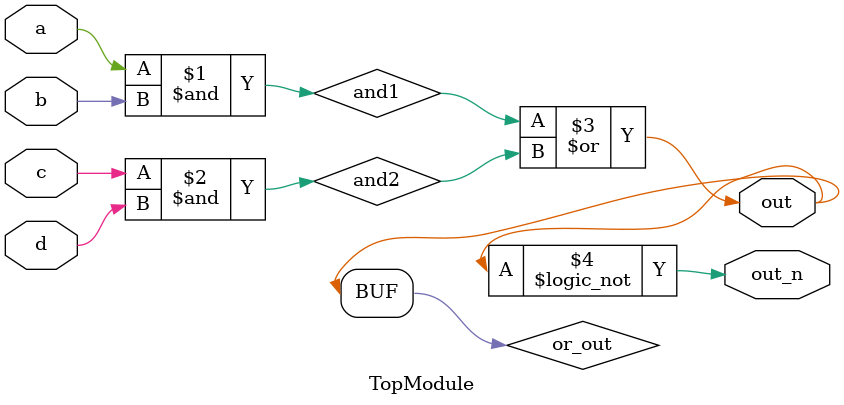
<source format=sv>


module TopModule (
  input a,
  input b,
  input c,
  input d,
  output out,
  output out_n
);

  // Declare intermediate wires
  wire and1, and2, or_out;

  // AND gate 1: a & b
  assign and1 = a & b;

  // AND gate 2: c & d
  assign and2 = c & d;

  // OR gate to combine the two AND gates
  assign or_out = and1 | and2;

  // Assign final output 'out'
  assign out = or_out;

  // Inverted output 'out_n'
  assign out_n = !out;

endmodule

// VERILOG-EVAL: errant inclusion of module definition

</source>
